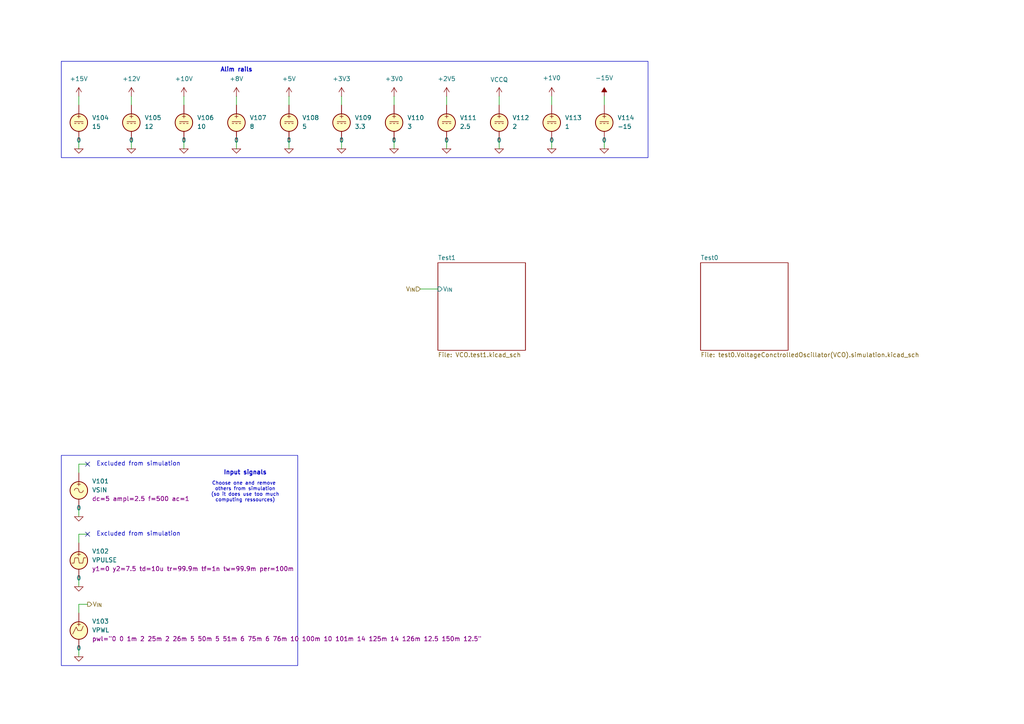
<source format=kicad_sch>
(kicad_sch (version 20231120) (generator "eeschema") (generator_version "8.0")
  (paper "A4")
  (lib_symbols
    (symbol "Simulation_SPICE:0" (power) (pin_numbers hide) (pin_names (offset 0) hide)
      (property "Value" "0" (at 0 -2.54 0))
      (symbol "0_0_1"
        (polyline (pts (xy -1.27 0) (xy 0 -1.27) (xy 1.27 0) (xy -1.27 0)))
      )
      (symbol "0_1_1"
        (pin power_in line (at 0 0 0) (length 0) (name "~") (number "1"))
      )
    )
    (symbol "Simulation_SPICE:VDC" (pin_numbers hide) (pin_names (offset 0.0254))
      (property "Reference" "V" (at 2.54 2.54 0))
      (property "Value" "1" (at 2.54 0 0))
      (symbol "VDC_0_0"
        (polyline (pts (xy -1.27 0.254) (xy 1.27 0.254)))
        (polyline (pts (xy -0.762 -0.254) (xy -1.27 -0.254)))
        (polyline (pts (xy 0.254 -0.254) (xy -0.254 -0.254)))
        (polyline (pts (xy 1.27 -0.254) (xy 0.762 -0.254)))
        (text "+" (at 0 1.905 0) (effects (font (size 1.27 1.27))))
      )
      (symbol "VDC_0_1"
        (circle (center 0 0) (radius 2.54) (stroke (width 0.254)) (fill (type background)))
      )
      (symbol "VDC_1_1"
        (pin passive line (at 0 5.08 270) (length 2.54) (name "~") (number "1"))
        (pin passive line (at 0 -5.08 90) (length 2.54) (name "~") (number "2"))
      )
    )
    (symbol "Simulation_SPICE:VPULSE" (pin_numbers hide) (pin_names (offset 0.0254))
      (property "Reference" "V" (at 2.54 2.54 0))
      (property "Value" "VPULSE" (at 2.54 0 0))
      (property "Sim.Params" "y1=0 y2=1 td=2n tr=2n tf=2n tw=50n per=100n" (at 2.54 -2.54 0))
      (symbol "VPULSE_0_0"
        (polyline (pts (xy -2.032 -0.762) (xy -1.397 -0.762) (xy -1.143 0.762) (xy -0.127 0.762) (xy 0.127 -0.762) (xy 1.143 -0.762) (xy 1.397 0.762) (xy 2.032 0.762)))
        (text "+" (at 0 1.905 0) (effects (font (size 1.27 1.27))))
      )
      (symbol "VPULSE_0_1"
        (circle (center 0 0) (radius 2.54) (stroke (width 0.254)) (fill (type background)))
      )
      (symbol "VPULSE_1_1"
        (pin passive line (at 0 5.08 270) (length 2.54) (name "~") (number "1"))
        (pin passive line (at 0 -5.08 90) (length 2.54) (name "~") (number "2"))
      )
    )
    (symbol "Simulation_SPICE:VPWL" (pin_numbers hide) (pin_names (offset 0.0254))
      (property "Reference" "V" (at 2.54 2.54 0))
      (property "Value" "VPWL" (at 2.54 0 0))
      (property "Sim.Params" "pwl=\"0 -1 50n -1 51n 0 97n 1 171n -1 200n -1\"" (at 2.54 -2.54 0))
      (symbol "VPWL_0_0"
        (polyline (pts (xy -1.778 -1.016) (xy -0.762 1.016) (xy -0.254 0) (xy 0.762 0) (xy 1.27 1.27)))
        (text "+" (at 0 1.905 0) (effects (font (size 1.27 1.27))))
      )
      (symbol "VPWL_0_1"
        (circle (center 0 0) (radius 2.54) (stroke (width 0.254)) (fill (type background)))
      )
      (symbol "VPWL_1_1"
        (pin passive line (at 0 5.08 270) (length 2.54) (name "~") (number "1"))
        (pin passive line (at 0 -5.08 90) (length 2.54) (name "~") (number "2"))
      )
    )
    (symbol "Simulation_SPICE:VSIN" (pin_numbers hide) (pin_names (offset 0.0254))
      (property "Reference" "V" (at 2.54 2.54 0))
      (property "Value" "VSIN" (at 2.54 0 0))
      (property "Sim.Params" "dc=0 ampl=1 f=1k ac=1" (at 2.54 -2.54 0))
      (symbol "VSIN_0_0"
        (arc (start 0 0) (mid -0.635 0.6323) (end -1.27 0))
        (arc (start 0 0) (mid 0.635 -0.6323) (end 1.27 0))
        (text "+" (at 0 1.905 0) (effects (font (size 1.27 1.27))))
      )
      (symbol "VSIN_0_1"
        (circle (center 0 0) (radius 2.54) (stroke (width 0.254)) (fill (type background)))
      )
      (symbol "VSIN_1_1"
        (pin passive line (at 0 5.08 270) (length 2.54) (name "~") (number "1"))
        (pin passive line (at 0 -5.08 90) (length 2.54) (name "~") (number "2"))
      )
    )
    (symbol "power:+10V" (power) (pin_numbers hide) (pin_names (offset 0) hide)
      (property "Value" "+10V" (at 0 3.556 0))
      (symbol "+10V_0_1"
        (polyline (pts (xy -0.762 1.27) (xy 0 2.54)))
        (polyline (pts (xy 0 0) (xy 0 2.54)))
        (polyline (pts (xy 0 2.54) (xy 0.762 1.27)))
      )
      (symbol "+10V_1_1"
        (pin power_in line (at 0 0 90) (length 0) (name "~") (number "1"))
      )
    )
    (symbol "power:+12V" (power) (pin_numbers hide) (pin_names (offset 0) hide)
      (property "Value" "+12V" (at 0 3.556 0))
      (symbol "+12V_0_1"
        (polyline (pts (xy -0.762 1.27) (xy 0 2.54)))
        (polyline (pts (xy 0 0) (xy 0 2.54)))
        (polyline (pts (xy 0 2.54) (xy 0.762 1.27)))
      )
      (symbol "+12V_1_1"
        (pin power_in line (at 0 0 90) (length 0) (name "~") (number "1"))
      )
    )
    (symbol "power:+15V" (power) (pin_numbers hide) (pin_names (offset 0) hide)
      (property "Value" "+15V" (at 0 3.556 0))
      (symbol "+15V_0_1"
        (polyline (pts (xy -0.762 1.27) (xy 0 2.54)))
        (polyline (pts (xy 0 0) (xy 0 2.54)))
        (polyline (pts (xy 0 2.54) (xy 0.762 1.27)))
      )
      (symbol "+15V_1_1"
        (pin power_in line (at 0 0 90) (length 0) (name "~") (number "1"))
      )
    )
    (symbol "power:+1V0" (power) (pin_numbers hide) (pin_names (offset 0) hide)
      (property "Value" "+1V0" (at 0 3.556 0))
      (symbol "+1V0_0_1"
        (polyline (pts (xy -0.762 1.27) (xy 0 2.54)))
        (polyline (pts (xy 0 0) (xy 0 2.54)))
        (polyline (pts (xy 0 2.54) (xy 0.762 1.27)))
      )
      (symbol "+1V0_1_1"
        (pin power_in line (at 0 0 90) (length 0) (name "~") (number "1"))
      )
    )
    (symbol "power:+2V5" (power) (pin_numbers hide) (pin_names (offset 0) hide)
      (property "Value" "+2V5" (at 0 3.556 0))
      (symbol "+2V5_0_1"
        (polyline (pts (xy -0.762 1.27) (xy 0 2.54)))
        (polyline (pts (xy 0 0) (xy 0 2.54)))
        (polyline (pts (xy 0 2.54) (xy 0.762 1.27)))
      )
      (symbol "+2V5_1_1"
        (pin power_in line (at 0 0 90) (length 0) (name "~") (number "1"))
      )
    )
    (symbol "power:+3V0" (power) (pin_numbers hide) (pin_names (offset 0) hide)
      (property "Value" "+3V0" (at 0 3.556 0))
      (symbol "+3V0_0_1"
        (polyline (pts (xy -0.762 1.27) (xy 0 2.54)))
        (polyline (pts (xy 0 0) (xy 0 2.54)))
        (polyline (pts (xy 0 2.54) (xy 0.762 1.27)))
      )
      (symbol "+3V0_1_1"
        (pin power_in line (at 0 0 90) (length 0) (name "~") (number "1"))
      )
    )
    (symbol "power:+3V3" (power) (pin_numbers hide) (pin_names (offset 0) hide)
      (property "Value" "+3V3" (at 0 3.556 0))
      (symbol "+3V3_0_1"
        (polyline (pts (xy -0.762 1.27) (xy 0 2.54)))
        (polyline (pts (xy 0 0) (xy 0 2.54)))
        (polyline (pts (xy 0 2.54) (xy 0.762 1.27)))
      )
      (symbol "+3V3_1_1"
        (pin power_in line (at 0 0 90) (length 0) (name "~") (number "1"))
      )
    )
    (symbol "power:+5V" (power) (pin_numbers hide) (pin_names (offset 0) hide)
      (property "Value" "+5V" (at 0 3.556 0))
      (symbol "+5V_0_1"
        (polyline (pts (xy -0.762 1.27) (xy 0 2.54)))
        (polyline (pts (xy 0 0) (xy 0 2.54)))
        (polyline (pts (xy 0 2.54) (xy 0.762 1.27)))
      )
      (symbol "+5V_1_1"
        (pin power_in line (at 0 0 90) (length 0) (name "~") (number "1"))
      )
    )
    (symbol "power:+8V" (power) (pin_numbers hide) (pin_names (offset 0) hide)
      (property "Value" "+8V" (at 0 3.556 0))
      (symbol "+8V_0_1"
        (polyline (pts (xy -0.762 1.27) (xy 0 2.54)))
        (polyline (pts (xy 0 0) (xy 0 2.54)))
        (polyline (pts (xy 0 2.54) (xy 0.762 1.27)))
      )
      (symbol "+8V_1_1"
        (pin power_in line (at 0 0 90) (length 0) (name "~") (number "1"))
      )
    )
    (symbol "power:-15V" (power) (pin_numbers hide) (pin_names (offset 0) hide)
      (property "Value" "-15V" (at 0 3.556 0))
      (symbol "-15V_0_0"
        (pin power_in line (at 0 0 90) (length 0) (name "~") (number "1"))
      )
      (symbol "-15V_0_1"
        (polyline (pts (xy 0 0) (xy 0 1.27) (xy 0.762 1.27) (xy 0 2.54) (xy -0.762 1.27) (xy 0 1.27)) (fill (type outline)))
      )
    )
    (symbol "power:VCCQ" (power) (pin_numbers hide) (pin_names (offset 0) hide)
      (property "Value" "VCCQ" (at 0 3.556 0))
      (symbol "VCCQ_0_1"
        (polyline (pts (xy -0.762 1.27) (xy 0 2.54)))
        (polyline (pts (xy 0 0) (xy 0 2.54)))
        (polyline (pts (xy 0 2.54) (xy 0.762 1.27)))
      )
      (symbol "VCCQ_1_1"
        (pin power_in line (at 0 0 90) (length 0) (name "~") (number "1"))
      )
    )
  )
  (no_connect (at 25.4 154.94))
  (no_connect (at 25.4 134.62))
  (wire (pts (xy 68.58 40.64) (xy 68.58 43.18)))
  (wire (pts (xy 99.06 40.64) (xy 99.06 43.18)))
  (wire (pts (xy 22.86 147.32) (xy 22.86 149.86)))
  (wire (pts (xy 22.86 167.64) (xy 22.86 170.18)))
  (wire (pts (xy 68.58 27.94) (xy 68.58 30.48)))
  (wire (pts (xy 38.1 27.94) (xy 38.1 30.48)))
  (wire (pts (xy 22.86 175.26) (xy 25.4 175.26)))
  (wire (pts (xy 121.92 83.82) (xy 127 83.82)))
  (wire (pts (xy 25.4 134.62) (xy 22.86 134.62)))
  (wire (pts (xy 99.06 27.94) (xy 99.06 30.48)))
  (wire (pts (xy 160.02 27.94) (xy 160.02 30.48)))
  (wire (pts (xy 175.26 27.94) (xy 175.26 30.48)))
  (wire (pts (xy 22.86 40.64) (xy 22.86 43.18)))
  (wire (pts (xy 160.02 40.64) (xy 160.02 43.18)))
  (wire (pts (xy 175.26 40.64) (xy 175.26 43.18)))
  (wire (pts (xy 83.82 40.64) (xy 83.82 43.18)))
  (wire (pts (xy 38.1 40.64) (xy 38.1 43.18)))
  (wire (pts (xy 22.86 134.62) (xy 22.86 137.16)))
  (wire (pts (xy 129.54 27.94) (xy 129.54 30.48)))
  (wire (pts (xy 22.86 154.94) (xy 25.4 154.94)))
  (wire (pts (xy 114.3 27.94) (xy 114.3 30.48)))
  (wire (pts (xy 53.34 40.64) (xy 53.34 43.18)))
  (wire (pts (xy 129.54 40.64) (xy 129.54 43.18)))
  (wire (pts (xy 53.34 27.94) (xy 53.34 30.48)))
  (wire (pts (xy 144.78 40.64) (xy 144.78 43.18)))
  (wire (pts (xy 22.86 177.8) (xy 22.86 175.26)))
  (wire (pts (xy 22.86 27.94) (xy 22.86 30.48)))
  (wire (pts (xy 22.86 157.48) (xy 22.86 154.94)))
  (wire (pts (xy 83.82 27.94) (xy 83.82 30.48)))
  (wire (pts (xy 144.78 27.94) (xy 144.78 30.48)))
  (wire (pts (xy 22.86 187.96) (xy 22.86 190.5)))
  (wire (pts (xy 114.3 40.64) (xy 114.3 43.18)))
  (rectangle (start 17.78 132.08) (end 86.36 193.04))
  (rectangle (start 17.78 17.78) (end 187.96 45.72))
  (text "Input signals" (at 71.12 137.16 0) (effects (font (size 1.25 1.25) (thickness 0.25) (bold yes))))
  (text "Alim rails" (at 68.58 20.32 0) (effects (font (size 1.25 1.25) (thickness 0.25) (bold yes))))
  (text "Excluded from simulation" (at 27.94 134.62 0) (effects (font (size 1.25 1.25)) (justify left)))
  (text "Excluded from simulation" (at 27.94 154.94 0) (effects (font (size 1.25 1.25)) (justify left)))
  (text "Choose one and remove \nothers from simulation\n(so it does use too much\ncomputing ressources)" (at 71.12 139.7 0) (effects (font (size 1 1)) (justify top)))
  (hierarchical_label "V_{IN}" (shape output) (at 25.4 175.26 0) (effects (font (size 1.25 1.25))))
  (hierarchical_label "V_{IN}" (shape input) (at 121.92 83.82 180) (effects (font (size 1.25 1.25))))
  (symbol (lib_id "Simulation_SPICE:VDC") (at 114.3 35.56 0) (unit 1)
    (property "Reference" "V110" (at 118.11 34.1601 0) (effects (justify left)))
    (property "Value" "3" (at 118.11 36.7002 0) (effects (font (size 1.25 1.25)) (justify left)))
    (property "Datasheet" "https://ngspice.sourceforge.io/docs/ngspice-html-manual/manual.xhtml#sec_Independent_Sources_for" (effects (hide yes)))
    (property "Description" "Voltage source, DC" (effects (hide yes)))
    (property "Sim.Pins" "1=+ 2=-" (effects (hide yes)))
    (property "Sim.Type" "DC" (effects (hide yes)))
    (property "Sim.Device" "V" (effects (hide yes)))
  )
  (symbol (lib_id "Simulation_SPICE:0") (at 22.86 190.5 0) (unit 1)
    (property "Reference" "#GND0103" (effects (hide yes)))
    (property "Value" "0" (at 22.86 187.96 0))
    (property "Datasheet" "https://ngspice.sourceforge.io/docs/ngspice-html-manual/manual.xhtml#subsec_Circuit_elements__device" (effects (hide yes)))
    (property "Description" "0V reference potential for simulation" (effects (hide yes)))
  )
  (symbol (lib_id "Simulation_SPICE:0") (at 129.54 43.18 0) (unit 1)
    (property "Reference" "#GND0111" (effects (hide yes)))
    (property "Value" "0" (at 129.54 40.64 0))
    (property "Datasheet" "https://ngspice.sourceforge.io/docs/ngspice-html-manual/manual.xhtml#subsec_Circuit_elements__device" (effects (hide yes)))
    (property "Description" "0V reference potential for simulation" (effects (hide yes)))
  )
  (symbol (lib_id "power:VCCQ") (at 144.78 27.94 0) (unit 1)
    (property "Reference" "#PWR0110" (effects (hide yes)))
    (property "Value" "VCCQ" (at 144.78 23.114 0))
    (property "Description" "Power symbol creates a global label with name \"VCCQ\"" (effects (hide yes)))
  )
  (symbol (lib_id "Simulation_SPICE:0") (at 160.02 43.18 0) (unit 1)
    (property "Reference" "#GND0113" (effects (hide yes)))
    (property "Value" "0" (at 160.02 40.64 0))
    (property "Datasheet" "https://ngspice.sourceforge.io/docs/ngspice-html-manual/manual.xhtml#subsec_Circuit_elements__device" (effects (hide yes)))
    (property "Description" "0V reference potential for simulation" (effects (hide yes)))
  )
  (symbol (lib_id "power:+1V0") (at 160.02 27.94 0) (unit 1)
    (property "Reference" "#PWR0108" (effects (hide yes)))
    (property "Value" "+1V0" (at 160.02 22.606 0))
    (property "Footprint" "Package_DFN_QFN:QFN-32-1EP_5x5mm_P0.5mm_EP3.45x3.45mm" (effects (hide yes)))
    (property "Description" "Power symbol creates a global label with name \"+1V0\"" (effects (hide yes)))
  )
  (symbol (lib_id "Simulation_SPICE:0") (at 114.3 43.18 0) (unit 1)
    (property "Reference" "#GND0110" (effects (hide yes)))
    (property "Value" "0" (at 114.3 40.64 0))
    (property "Datasheet" "https://ngspice.sourceforge.io/docs/ngspice-html-manual/manual.xhtml#subsec_Circuit_elements__device" (effects (hide yes)))
    (property "Description" "0V reference potential for simulation" (effects (hide yes)))
  )
  (symbol (lib_id "Simulation_SPICE:0") (at 38.1 43.18 0) (unit 1)
    (property "Reference" "#GND0105" (effects (hide yes)))
    (property "Value" "0" (at 38.1 40.64 0))
    (property "Datasheet" "https://ngspice.sourceforge.io/docs/ngspice-html-manual/manual.xhtml#subsec_Circuit_elements__device" (effects (hide yes)))
    (property "Description" "0V reference potential for simulation" (effects (hide yes)))
  )
  (symbol (lib_id "Simulation_SPICE:VDC") (at 53.34 35.56 0) (unit 1)
    (property "Reference" "V106" (at 57.15 34.1601 0) (effects (justify left)))
    (property "Value" "10" (at 57.15 36.7002 0) (effects (font (size 1.25 1.25)) (justify left)))
    (property "Datasheet" "https://ngspice.sourceforge.io/docs/ngspice-html-manual/manual.xhtml#sec_Independent_Sources_for" (effects (hide yes)))
    (property "Description" "Voltage source, DC" (effects (hide yes)))
    (property "Sim.Pins" "1=+ 2=-" (effects (hide yes)))
    (property "Sim.Type" "DC" (effects (hide yes)))
    (property "Sim.Device" "V" (effects (hide yes)))
  )
  (symbol (lib_id "Simulation_SPICE:0") (at 22.86 149.86 0) (unit 1)
    (property "Reference" "#GND0101" (effects (hide yes)))
    (property "Value" "0" (at 22.86 147.32 0))
    (property "Datasheet" "https://ngspice.sourceforge.io/docs/ngspice-html-manual/manual.xhtml#subsec_Circuit_elements__device" (effects (hide yes)))
    (property "Description" "0V reference potential for simulation" (effects (hide yes)))
  )
  (symbol (lib_id "Simulation_SPICE:VDC") (at 129.54 35.56 0) (unit 1)
    (property "Reference" "V111" (at 133.35 34.1601 0) (effects (justify left)))
    (property "Value" "2.5" (at 133.35 36.7002 0) (effects (font (size 1.25 1.25)) (justify left)))
    (property "Datasheet" "https://ngspice.sourceforge.io/docs/ngspice-html-manual/manual.xhtml#sec_Independent_Sources_for" (effects (hide yes)))
    (property "Description" "Voltage source, DC" (effects (hide yes)))
    (property "Sim.Pins" "1=+ 2=-" (effects (hide yes)))
    (property "Sim.Type" "DC" (effects (hide yes)))
    (property "Sim.Device" "V" (effects (hide yes)))
  )
  (symbol (lib_id "power:+5V") (at 83.82 27.94 0) (unit 1)
    (property "Reference" "#PWR0105" (effects (hide yes)))
    (property "Value" "+5V" (at 83.82 22.86 0))
    (property "Description" "Power symbol creates a global label with name \"+5V\"" (effects (hide yes)))
  )
  (symbol (lib_id "Simulation_SPICE:0") (at 83.82 43.18 0) (unit 1)
    (property "Reference" "#GND0108" (effects (hide yes)))
    (property "Value" "0" (at 83.82 40.64 0))
    (property "Datasheet" "https://ngspice.sourceforge.io/docs/ngspice-html-manual/manual.xhtml#subsec_Circuit_elements__device" (effects (hide yes)))
    (property "Description" "0V reference potential for simulation" (effects (hide yes)))
  )
  (symbol (lib_id "Simulation_SPICE:VDC") (at 83.82 35.56 0) (unit 1)
    (property "Reference" "V108" (at 87.63 34.1601 0) (effects (justify left)))
    (property "Value" "5" (at 87.63 36.7002 0) (effects (font (size 1.25 1.25)) (justify left)))
    (property "Datasheet" "https://ngspice.sourceforge.io/docs/ngspice-html-manual/manual.xhtml#sec_Independent_Sources_for" (effects (hide yes)))
    (property "Description" "Voltage source, DC" (effects (hide yes)))
    (property "Sim.Pins" "1=+ 2=-" (effects (hide yes)))
    (property "Sim.Type" "DC" (effects (hide yes)))
    (property "Sim.Device" "V" (effects (hide yes)))
  )
  (symbol (lib_id "power:+8V") (at 68.58 27.94 0) (unit 1)
    (property "Reference" "#PWR0104" (effects (hide yes)))
    (property "Value" "+8V" (at 68.58 22.86 0))
    (property "Description" "Power symbol creates a global label with name \"+8V\"" (effects (hide yes)))
  )
  (symbol (lib_id "Simulation_SPICE:0") (at 53.34 43.18 0) (unit 1)
    (property "Reference" "#GND0106" (effects (hide yes)))
    (property "Value" "0" (at 53.34 40.64 0))
    (property "Datasheet" "https://ngspice.sourceforge.io/docs/ngspice-html-manual/manual.xhtml#subsec_Circuit_elements__device" (effects (hide yes)))
    (property "Description" "0V reference potential for simulation" (effects (hide yes)))
  )
  (symbol (lib_id "Simulation_SPICE:0") (at 22.86 43.18 0) (unit 1)
    (property "Reference" "#GND0104" (effects (hide yes)))
    (property "Value" "0" (at 22.86 40.64 0))
    (property "Datasheet" "https://ngspice.sourceforge.io/docs/ngspice-html-manual/manual.xhtml#subsec_Circuit_elements__device" (effects (hide yes)))
    (property "Description" "0V reference potential for simulation" (effects (hide yes)))
  )
  (symbol (lib_id "Simulation_SPICE:0") (at 175.26 43.18 0) (unit 1)
    (property "Reference" "#GND0114" (effects (hide yes)))
    (property "Value" "0" (at 175.26 40.64 0))
    (property "Datasheet" "https://ngspice.sourceforge.io/docs/ngspice-html-manual/manual.xhtml#subsec_Circuit_elements__device" (effects (hide yes)))
    (property "Description" "0V reference potential for simulation" (effects (hide yes)))
  )
  (symbol (lib_id "Simulation_SPICE:0") (at 99.06 43.18 0) (unit 1)
    (property "Reference" "#GND0109" (effects (hide yes)))
    (property "Value" "0" (at 99.06 40.64 0))
    (property "Datasheet" "https://ngspice.sourceforge.io/docs/ngspice-html-manual/manual.xhtml#subsec_Circuit_elements__device" (effects (hide yes)))
    (property "Description" "0V reference potential for simulation" (effects (hide yes)))
  )
  (symbol (lib_id "Simulation_SPICE:VDC") (at 68.58 35.56 0) (unit 1)
    (property "Reference" "V107" (at 72.39 34.1601 0) (effects (justify left)))
    (property "Value" "8" (at 72.39 36.7002 0) (effects (font (size 1.25 1.25)) (justify left)))
    (property "Datasheet" "https://ngspice.sourceforge.io/docs/ngspice-html-manual/manual.xhtml#sec_Independent_Sources_for" (effects (hide yes)))
    (property "Description" "Voltage source, DC" (effects (hide yes)))
    (property "Sim.Pins" "1=+ 2=-" (effects (hide yes)))
    (property "Sim.Type" "DC" (effects (hide yes)))
    (property "Sim.Device" "V" (effects (hide yes)))
  )
  (symbol (lib_id "Simulation_SPICE:0") (at 144.78 43.18 0) (unit 1)
    (property "Reference" "#GND0112" (effects (hide yes)))
    (property "Value" "0" (at 144.78 40.64 0))
    (property "Datasheet" "https://ngspice.sourceforge.io/docs/ngspice-html-manual/manual.xhtml#subsec_Circuit_elements__device" (effects (hide yes)))
    (property "Description" "0V reference potential for simulation" (effects (hide yes)))
  )
  (symbol (lib_id "Simulation_SPICE:VSIN") (at 22.86 142.24 0) (unit 1) (exclude_from_sim yes)
    (property "Reference" "V101" (at 26.67 139.5701 0) (effects (justify left)))
    (property "Value" "VSIN" (at 26.67 142.1101 0) (effects (justify left)))
    (property "Datasheet" "https://ngspice.sourceforge.io/docs/ngspice-html-manual/manual.xhtml#sec_Independent_Sources_for" (effects (hide yes)))
    (property "Description" "Voltage source, sinusoidal" (effects (hide yes)))
    (property "Sim.Pins" "1=+ 2=-" (effects (hide yes)))
    (property "Sim.Params" "dc=5 ampl=2.5 f=500 ac=1" (at 26.67 144.6501 0) (effects (justify left)))
    (property "Sim.Type" "SIN" (effects (hide yes)))
    (property "Sim.Device" "V" (effects (hide yes)))
  )
  (symbol (lib_id "Simulation_SPICE:VPWL") (at 22.86 182.88 0) (unit 1)
    (property "Reference" "V103" (at 26.67 180.2101 0) (effects (justify left)))
    (property "Value" "VPWL" (at 26.67 182.7501 0) (effects (justify left)))
    (property "Datasheet" "https://ngspice.sourceforge.io/docs/ngspice-html-manual/manual.xhtml#sec_Independent_Sources_for" (effects (hide yes)))
    (property "Description" "Voltage source, piece-wise linear" (effects (hide yes)))
    (property "Sim.Pins" "1=+ 2=-" (effects (hide yes)))
    (property "Sim.Device" "V" (effects (hide yes)))
    (property "Sim.Params" "pwl=\"0 0 1m 2 25m 2 26m 5 50m 5 51m 6 75m 6 76m 10 100m 10 101m 14 125m 14 126m 12.5 150m 12.5\"" (at 26.67 185.2901 0) (effects (justify left)))
    (property "Sim.Type" "PWL" (effects (hide yes)))
  )
  (symbol (lib_id "Simulation_SPICE:VDC") (at 160.02 35.56 0) (unit 1)
    (property "Reference" "V113" (at 163.83 34.1601 0) (effects (justify left)))
    (property "Value" "1" (at 163.83 36.7002 0) (effects (font (size 1.25 1.25)) (justify left)))
    (property "Datasheet" "https://ngspice.sourceforge.io/docs/ngspice-html-manual/manual.xhtml#sec_Independent_Sources_for" (effects (hide yes)))
    (property "Description" "Voltage source, DC" (effects (hide yes)))
    (property "Sim.Pins" "1=+ 2=-" (effects (hide yes)))
    (property "Sim.Type" "DC" (effects (hide yes)))
    (property "Sim.Device" "V" (effects (hide yes)))
  )
  (symbol (lib_id "power:+3V3") (at 99.06 27.94 0) (unit 1)
    (property "Reference" "#PWR0106" (effects (hide yes)))
    (property "Value" "+3V3" (at 99.06 22.86 0))
    (property "Description" "Power symbol creates a global label with name \"+3V3\"" (effects (hide yes)))
  )
  (symbol (lib_id "Simulation_SPICE:0") (at 68.58 43.18 0) (unit 1)
    (property "Reference" "#GND0107" (effects (hide yes)))
    (property "Value" "0" (at 68.58 40.64 0))
    (property "Datasheet" "https://ngspice.sourceforge.io/docs/ngspice-html-manual/manual.xhtml#subsec_Circuit_elements__device" (effects (hide yes)))
    (property "Description" "0V reference potential for simulation" (effects (hide yes)))
  )
  (symbol (lib_id "Simulation_SPICE:VDC") (at 38.1 35.56 0) (unit 1)
    (property "Reference" "V105" (at 41.91 34.1601 0) (effects (justify left)))
    (property "Value" "12" (at 41.91 36.7002 0) (effects (font (size 1.25 1.25)) (justify left)))
    (property "Datasheet" "https://ngspice.sourceforge.io/docs/ngspice-html-manual/manual.xhtml#sec_Independent_Sources_for" (effects (hide yes)))
    (property "Description" "Voltage source, DC" (effects (hide yes)))
    (property "Sim.Pins" "1=+ 2=-" (effects (hide yes)))
    (property "Sim.Type" "DC" (effects (hide yes)))
    (property "Sim.Device" "V" (effects (hide yes)))
  )
  (symbol (lib_id "power:-15V") (at 175.26 27.94 0) (unit 1)
    (property "Reference" "#PWR0111" (effects (hide yes)))
    (property "Value" "-15V" (at 175.26 22.606 0))
    (property "Description" "Power symbol creates a global label with name \"-15V\"" (effects (hide yes)))
  )
  (symbol (lib_id "Simulation_SPICE:VDC") (at 99.06 35.56 0) (unit 1)
    (property "Reference" "V109" (at 102.87 34.1601 0) (effects (justify left)))
    (property "Value" "3.3" (at 102.87 36.7002 0) (effects (font (size 1.25 1.25)) (justify left)))
    (property "Datasheet" "https://ngspice.sourceforge.io/docs/ngspice-html-manual/manual.xhtml#sec_Independent_Sources_for" (effects (hide yes)))
    (property "Description" "Voltage source, DC" (effects (hide yes)))
    (property "Sim.Pins" "1=+ 2=-" (effects (hide yes)))
    (property "Sim.Type" "DC" (effects (hide yes)))
    (property "Sim.Device" "V" (effects (hide yes)))
  )
  (symbol (lib_id "power:+10V") (at 53.34 27.94 0) (unit 1)
    (property "Reference" "#PWR0103" (effects (hide yes)))
    (property "Value" "+10V" (at 53.34 22.86 0))
    (property "Description" "Power symbol creates a global label with name \"+10V\"" (effects (hide yes)))
  )
  (symbol (lib_id "Simulation_SPICE:VDC") (at 22.86 35.56 0) (unit 1)
    (property "Reference" "V104" (at 26.67 34.1601 0) (effects (justify left)))
    (property "Value" "15" (at 26.67 36.7002 0) (effects (font (size 1.25 1.25)) (justify left)))
    (property "Datasheet" "https://ngspice.sourceforge.io/docs/ngspice-html-manual/manual.xhtml#sec_Independent_Sources_for" (effects (hide yes)))
    (property "Description" "Voltage source, DC" (effects (hide yes)))
    (property "Sim.Pins" "1=+ 2=-" (effects (hide yes)))
    (property "Sim.Type" "DC" (effects (hide yes)))
    (property "Sim.Device" "V" (effects (hide yes)))
  )
  (symbol (lib_id "power:+2V5") (at 129.54 27.94 0) (unit 1)
    (property "Reference" "#PWR0107" (effects (hide yes)))
    (property "Value" "+2V5" (at 129.54 22.86 0))
    (property "Description" "Power symbol creates a global label with name \"+2V5\"" (effects (hide yes)))
  )
  (symbol (lib_id "Simulation_SPICE:VDC") (at 175.26 35.56 0) (unit 1)
    (property "Reference" "V114" (at 179.07 34.1601 0) (effects (justify left)))
    (property "Value" "-15" (at 179.07 36.7002 0) (effects (font (size 1.25 1.25)) (justify left)))
    (property "Datasheet" "https://ngspice.sourceforge.io/docs/ngspice-html-manual/manual.xhtml#sec_Independent_Sources_for" (effects (hide yes)))
    (property "Description" "Voltage source, DC" (effects (hide yes)))
    (property "Sim.Pins" "1=+ 2=-" (effects (hide yes)))
    (property "Sim.Type" "DC" (effects (hide yes)))
    (property "Sim.Device" "V" (effects (hide yes)))
  )
  (symbol (lib_id "Simulation_SPICE:VPULSE") (at 22.86 162.56 0) (unit 1) (exclude_from_sim yes)
    (property "Reference" "V102" (at 26.67 159.8901 0) (effects (justify left)))
    (property "Value" "VPULSE" (at 26.67 162.4301 0) (effects (justify left)))
    (property "Datasheet" "https://ngspice.sourceforge.io/docs/ngspice-html-manual/manual.xhtml#sec_Independent_Sources_for" (effects (hide yes)))
    (property "Description" "Voltage source, pulse" (effects (hide yes)))
    (property "Sim.Pins" "1=+ 2=-" (effects (hide yes)))
    (property "Sim.Type" "PULSE" (effects (hide yes)))
    (property "Sim.Device" "V" (effects (hide yes)))
    (property "Sim.Params" "y1=0 y2=7.5 td=10u tr=99.9m tf=1n tw=99.9m per=100m" (at 26.67 164.9701 0) (effects (justify left)))
  )
  (symbol (lib_id "Simulation_SPICE:VDC") (at 144.78 35.56 0) (unit 1)
    (property "Reference" "V112" (at 148.59 34.1601 0) (effects (justify left)))
    (property "Value" "2" (at 148.59 36.7002 0) (effects (font (size 1.25 1.25)) (justify left)))
    (property "Datasheet" "https://ngspice.sourceforge.io/docs/ngspice-html-manual/manual.xhtml#sec_Independent_Sources_for" (effects (hide yes)))
    (property "Description" "Voltage source, DC" (effects (hide yes)))
    (property "Sim.Pins" "1=+ 2=-" (effects (hide yes)))
    (property "Sim.Type" "DC" (effects (hide yes)))
    (property "Sim.Device" "V" (effects (hide yes)))
  )
  (symbol (lib_id "power:+12V") (at 38.1 27.94 0) (unit 1)
    (property "Reference" "#PWR0102" (effects (hide yes)))
    (property "Value" "+12V" (at 38.1 22.86 0))
    (property "Description" "Power symbol creates a global label with name \"+12V\"" (effects (hide yes)))
  )
  (symbol (lib_id "power:+3V0") (at 114.3 27.94 0) (unit 1)
    (property "Reference" "#PWR0109" (effects (hide yes)))
    (property "Value" "+3V0" (at 114.3 22.86 0))
    (property "Description" "Power symbol creates a global label with name \"+3V0\"" (effects (hide yes)))
  )
  (symbol (lib_id "Simulation_SPICE:0") (at 22.86 170.18 0) (unit 1)
    (property "Reference" "#GND0102" (effects (hide yes)))
    (property "Value" "0" (at 22.86 167.64 0))
    (property "Datasheet" "https://ngspice.sourceforge.io/docs/ngspice-html-manual/manual.xhtml#subsec_Circuit_elements__device" (effects (hide yes)))
    (property "Description" "0V reference potential for simulation" (effects (hide yes)))
  )
  (symbol (lib_id "power:+15V") (at 22.86 27.94 0) (unit 1)
    (property "Reference" "#PWR0101" (effects (hide yes)))
    (property "Value" "+15V" (at 22.86 22.86 0))
    (property "Description" "Power symbol creates a global label with name \"+15V\"" (effects (hide yes)))
  )
  (sheet (at 127 76.2) (size 25.4 25.4) (stroke (width 0.1524))
    (property "Sheetname" "Test1" (at 127 75.4884 0) (effects (justify left bottom)))
    (property "Sheetfile" "VCO.test1.kicad_sch" (at 127 102.1846 0) (effects (justify left top)))
    (pin "V_{IN}" input (at 127 83.82 180))
  )
  (sheet (at 203.2 76.2) (size 25.4 25.4) (stroke (width 0.1524))
    (property "Sheetname" "Test0" (at 203.2 75.4884 0) (effects (justify left bottom)))
    (property "Sheetfile" "test0.VoltageConctrolledOscillator(VCO).simulation.kicad_sch" (at 203.2 102.1846 0) (effects (justify left top)))
  )
)
</source>
